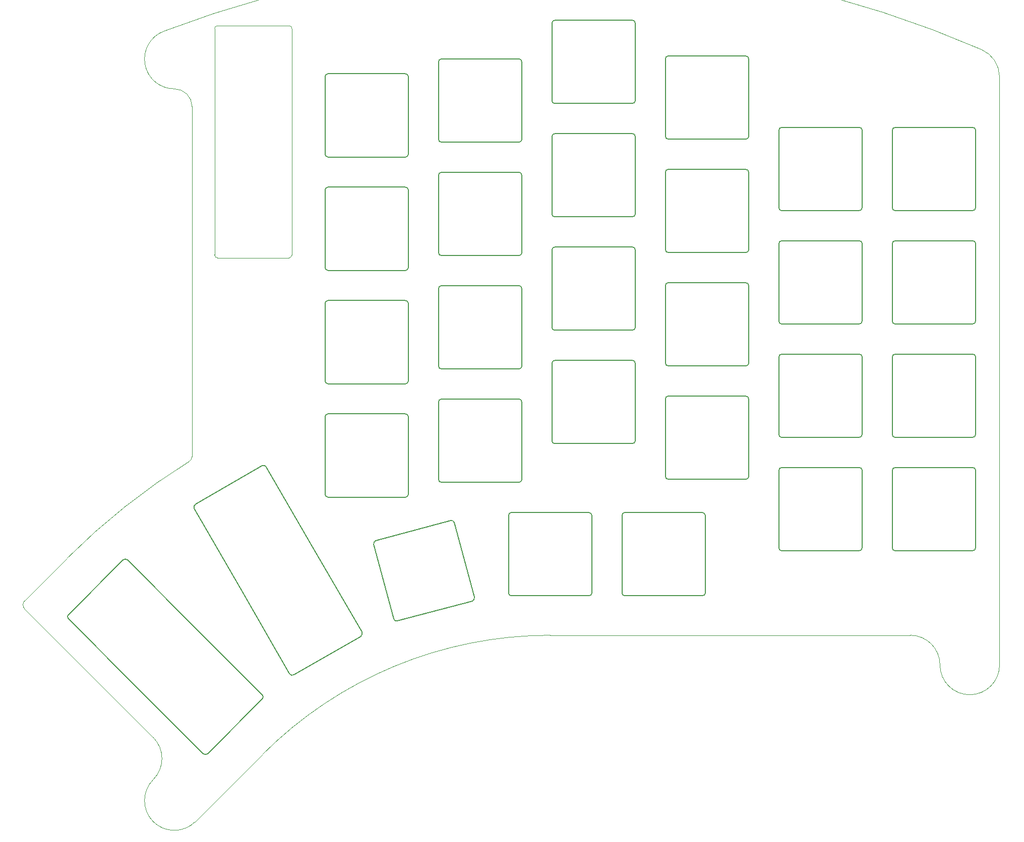
<source format=gm1>
%TF.GenerationSoftware,KiCad,Pcbnew,5.1.12-84ad8e8a86~92~ubuntu20.04.1*%
%TF.CreationDate,2021-11-14T20:48:01+01:00*%
%TF.ProjectId,LergoTopPlate,4c657267-6f54-46f7-9050-6c6174652e6b,v1.A*%
%TF.SameCoordinates,Original*%
%TF.FileFunction,Profile,NP*%
%FSLAX46Y46*%
G04 Gerber Fmt 4.6, Leading zero omitted, Abs format (unit mm)*
G04 Created by KiCad (PCBNEW 5.1.12-84ad8e8a86~92~ubuntu20.04.1) date 2021-11-14 20:48:01*
%MOMM*%
%LPD*%
G01*
G04 APERTURE LIST*
%TA.AperFunction,Profile*%
%ADD10C,0.120000*%
%TD*%
%TA.AperFunction,Profile*%
%ADD11C,0.100000*%
%TD*%
%TA.AperFunction,Profile*%
%ADD12C,0.150000*%
%TD*%
G04 APERTURE END LIST*
D10*
X73524848Y-127344018D02*
G75*
G02*
X73524848Y-125929804I707107J707107D01*
G01*
D11*
X95103365Y-148922535D02*
G75*
G02*
X95103365Y-155993603I-3535534J-3535534D01*
G01*
X102174433Y-163064671D02*
G75*
G02*
X95103365Y-155993603I-3535534J3535534D01*
G01*
X98641295Y-39932170D02*
G75*
G02*
X101614896Y-42905771I0J-2973601D01*
G01*
X98641295Y-39932170D02*
G75*
G02*
X96852971Y-30262004I-2396J4999999D01*
G01*
X222220381Y-131740000D02*
G75*
G02*
X227220381Y-136740000I0J-5000000D01*
G01*
X237220381Y-136740000D02*
G75*
G02*
X227220381Y-136740000I-5000000J0D01*
G01*
X101614896Y-101696929D02*
G75*
G02*
X101143092Y-102545766I-1000000J286D01*
G01*
X101614896Y-42905771D02*
X101614896Y-101696929D01*
X234214126Y-33343544D02*
G75*
G02*
X237220381Y-37928844I-1993745J-4585300D01*
G01*
X96852971Y-30262005D02*
G75*
G02*
X234214126Y-33343544I64907410J-169731595D01*
G01*
X80612709Y-118841943D02*
G75*
G02*
X101143092Y-102545766I81147672J-81151657D01*
G01*
X73524848Y-125929804D02*
X80612709Y-118841943D01*
X95103365Y-148922535D02*
X73524848Y-127344018D01*
X113500343Y-151733562D02*
X102174433Y-163064671D01*
X113500343Y-151733562D02*
G75*
G02*
X161760381Y-131743600I48260038J-48260038D01*
G01*
X161760381Y-131743600D02*
X222220381Y-131740000D01*
X237220381Y-37928844D02*
X237220381Y-136740000D01*
D12*
X187310000Y-111120000D02*
X174310000Y-111120000D01*
X174310000Y-125120000D02*
X187310000Y-125120000D01*
X173810000Y-111620000D02*
X173810000Y-124620000D01*
X187810000Y-124620000D02*
X187810000Y-111620000D01*
X174310000Y-125120000D02*
G75*
G02*
X173810000Y-124620000I0J500000D01*
G01*
X187310000Y-111120000D02*
G75*
G02*
X187810000Y-111620000I0J-500000D01*
G01*
X187810000Y-124620000D02*
G75*
G02*
X187310000Y-125120000I-500000J0D01*
G01*
X173810000Y-111620000D02*
G75*
G02*
X174310000Y-111120000I500000J0D01*
G01*
X168260000Y-125120000D02*
X155260000Y-125120000D01*
X155260000Y-111120000D02*
X168260000Y-111120000D01*
X154760000Y-124620000D02*
X154760000Y-111620000D01*
X168760000Y-111620000D02*
X168760000Y-124620000D01*
X155260000Y-111120000D02*
G75*
G03*
X154760000Y-111620000I0J-500000D01*
G01*
X168260000Y-125120000D02*
G75*
G03*
X168760000Y-124620000I0J500000D01*
G01*
X168760000Y-111620000D02*
G75*
G03*
X168260000Y-111120000I-500000J0D01*
G01*
X154760000Y-124620000D02*
G75*
G03*
X155260000Y-125120000I500000J0D01*
G01*
X145041785Y-112466195D02*
X132484749Y-115830843D01*
X136108215Y-129353805D02*
X148665251Y-125989157D01*
X132131195Y-116443215D02*
X135495843Y-129000251D01*
X149018805Y-125376785D02*
X145654157Y-112819749D01*
X136108215Y-129353805D02*
G75*
G02*
X135495843Y-129000251I-129409J482963D01*
G01*
X145041785Y-112466195D02*
G75*
G02*
X145654157Y-112819749I129409J-482963D01*
G01*
X149018805Y-125376785D02*
G75*
G02*
X148665251Y-125989157I-482963J-129409D01*
G01*
X132131195Y-116443215D02*
G75*
G02*
X132484749Y-115830843I482963J129409D01*
G01*
X232700000Y-103550000D02*
X219700000Y-103550000D01*
X219700000Y-117550000D02*
X232700000Y-117550000D01*
X219200000Y-104050000D02*
X219200000Y-117050000D01*
X233200000Y-117050000D02*
X233200000Y-104050000D01*
X219700000Y-117550000D02*
G75*
G02*
X219200000Y-117050000I0J500000D01*
G01*
X232700000Y-103550000D02*
G75*
G02*
X233200000Y-104050000I0J-500000D01*
G01*
X233200000Y-117050000D02*
G75*
G02*
X232700000Y-117550000I-500000J0D01*
G01*
X219200000Y-104050000D02*
G75*
G02*
X219700000Y-103550000I500000J0D01*
G01*
X232700000Y-84500000D02*
X219700000Y-84500000D01*
X219700000Y-98500000D02*
X232700000Y-98500000D01*
X219200000Y-85000000D02*
X219200000Y-98000000D01*
X233200000Y-98000000D02*
X233200000Y-85000000D01*
X219700000Y-98500000D02*
G75*
G02*
X219200000Y-98000000I0J500000D01*
G01*
X232700000Y-84500000D02*
G75*
G02*
X233200000Y-85000000I0J-500000D01*
G01*
X233200000Y-98000000D02*
G75*
G02*
X232700000Y-98500000I-500000J0D01*
G01*
X219200000Y-85000000D02*
G75*
G02*
X219700000Y-84500000I500000J0D01*
G01*
X232700000Y-65450000D02*
X219700000Y-65450000D01*
X219700000Y-79450000D02*
X232700000Y-79450000D01*
X219200000Y-65950000D02*
X219200000Y-78950000D01*
X233200000Y-78950000D02*
X233200000Y-65950000D01*
X219700000Y-79450000D02*
G75*
G02*
X219200000Y-78950000I0J500000D01*
G01*
X232700000Y-65450000D02*
G75*
G02*
X233200000Y-65950000I0J-500000D01*
G01*
X233200000Y-78950000D02*
G75*
G02*
X232700000Y-79450000I-500000J0D01*
G01*
X219200000Y-65950000D02*
G75*
G02*
X219700000Y-65450000I500000J0D01*
G01*
X232700000Y-46400000D02*
X219700000Y-46400000D01*
X219700000Y-60400000D02*
X232700000Y-60400000D01*
X219200000Y-46900000D02*
X219200000Y-59900000D01*
X233200000Y-59900000D02*
X233200000Y-46900000D01*
X219700000Y-60400000D02*
G75*
G02*
X219200000Y-59900000I0J500000D01*
G01*
X232700000Y-46400000D02*
G75*
G02*
X233200000Y-46900000I0J-500000D01*
G01*
X233200000Y-59900000D02*
G75*
G02*
X232700000Y-60400000I-500000J0D01*
G01*
X219200000Y-46900000D02*
G75*
G02*
X219700000Y-46400000I500000J0D01*
G01*
X130132523Y-131216212D02*
X122120023Y-117338155D01*
X118691180Y-138399225D02*
X129949510Y-131899225D01*
X109995667Y-124338155D02*
X118008167Y-138216212D01*
X122120023Y-117338155D02*
X114107523Y-103460098D01*
X113424510Y-103277085D02*
X102166180Y-109777085D01*
X101983167Y-110460098D02*
X109995667Y-124338155D01*
X118691180Y-138399225D02*
G75*
G02*
X118008167Y-138216212I-250000J433013D01*
G01*
X130132523Y-131216212D02*
G75*
G02*
X129949510Y-131899225I-433013J-250000D01*
G01*
X113424510Y-103277085D02*
G75*
G02*
X114107523Y-103460098I250000J-433013D01*
G01*
X101983167Y-110460098D02*
G75*
G02*
X102166180Y-109777085I433013J250000D01*
G01*
X113416547Y-141746286D02*
X102085160Y-130414900D01*
X104224158Y-151645781D02*
X113416547Y-142453392D01*
X92185666Y-140314394D02*
X103517052Y-151645781D01*
X102085160Y-130414900D02*
X90753774Y-119083513D01*
X90046668Y-119083513D02*
X80854279Y-128275902D01*
X80854279Y-128983008D02*
X92185666Y-140314394D01*
X104224159Y-151645780D02*
G75*
G02*
X103517052Y-151645781I-353554J353553D01*
G01*
X113416546Y-141746285D02*
G75*
G02*
X113416547Y-142453392I-353553J-353554D01*
G01*
X90046667Y-119083514D02*
G75*
G02*
X90753774Y-119083513I353554J-353553D01*
G01*
X80854280Y-128983009D02*
G75*
G02*
X80854279Y-128275902I353553J353554D01*
G01*
X156500000Y-53950000D02*
X143500000Y-53950000D01*
X157000000Y-67450000D02*
X157000000Y-54450000D01*
X143500000Y-67950000D02*
X156500000Y-67950000D01*
X143000000Y-54450000D02*
X143000000Y-67450000D01*
X157000000Y-67450000D02*
G75*
G02*
X156500000Y-67950000I-500000J0D01*
G01*
X143500000Y-67950000D02*
G75*
G02*
X143000000Y-67450000I0J500000D01*
G01*
X143000000Y-54450000D02*
G75*
G02*
X143500000Y-53950000I500000J0D01*
G01*
X156500000Y-53950000D02*
G75*
G02*
X157000000Y-54450000I0J-500000D01*
G01*
X213650000Y-65450000D02*
X200650000Y-65450000D01*
X214150000Y-78950000D02*
X214150000Y-65950000D01*
X200650000Y-79450000D02*
X213650000Y-79450000D01*
X200150000Y-65950000D02*
X200150000Y-78950000D01*
X214150000Y-78950000D02*
G75*
G02*
X213650000Y-79450000I-500000J0D01*
G01*
X200650000Y-79450000D02*
G75*
G02*
X200150000Y-78950000I0J500000D01*
G01*
X200150000Y-65950000D02*
G75*
G02*
X200650000Y-65450000I500000J0D01*
G01*
X213650000Y-65450000D02*
G75*
G02*
X214150000Y-65950000I0J-500000D01*
G01*
X213650000Y-84500000D02*
X200650000Y-84500000D01*
X214150000Y-98000000D02*
X214150000Y-85000000D01*
X200650000Y-98500000D02*
X213650000Y-98500000D01*
X200150000Y-85000000D02*
X200150000Y-98000000D01*
X214150000Y-98000000D02*
G75*
G02*
X213650000Y-98500000I-500000J0D01*
G01*
X200650000Y-98500000D02*
G75*
G02*
X200150000Y-98000000I0J500000D01*
G01*
X200150000Y-85000000D02*
G75*
G02*
X200650000Y-84500000I500000J0D01*
G01*
X213650000Y-84500000D02*
G75*
G02*
X214150000Y-85000000I0J-500000D01*
G01*
X194600000Y-72500000D02*
X181600000Y-72500000D01*
X195100000Y-86000000D02*
X195100000Y-73000000D01*
X181600000Y-86500000D02*
X194600000Y-86500000D01*
X181100000Y-73000000D02*
X181100000Y-86000000D01*
X195100000Y-86000000D02*
G75*
G02*
X194600000Y-86500000I-500000J0D01*
G01*
X181600000Y-86500000D02*
G75*
G02*
X181100000Y-86000000I0J500000D01*
G01*
X181100000Y-73000000D02*
G75*
G02*
X181600000Y-72500000I500000J0D01*
G01*
X194600000Y-72500000D02*
G75*
G02*
X195100000Y-73000000I0J-500000D01*
G01*
X175550000Y-66500000D02*
X162550000Y-66500000D01*
X176050000Y-80000000D02*
X176050000Y-67000000D01*
X162550000Y-80500000D02*
X175550000Y-80500000D01*
X162050000Y-67000000D02*
X162050000Y-80000000D01*
X176050000Y-80000000D02*
G75*
G02*
X175550000Y-80500000I-500000J0D01*
G01*
X162550000Y-80500000D02*
G75*
G02*
X162050000Y-80000000I0J500000D01*
G01*
X162050000Y-67000000D02*
G75*
G02*
X162550000Y-66500000I500000J0D01*
G01*
X175550000Y-66500000D02*
G75*
G02*
X176050000Y-67000000I0J-500000D01*
G01*
X137450000Y-75500000D02*
X124450000Y-75500000D01*
X137950000Y-89000000D02*
X137950000Y-76000000D01*
X124450000Y-89500000D02*
X137450000Y-89500000D01*
X123950000Y-76000000D02*
X123950000Y-89000000D01*
X137950000Y-89000000D02*
G75*
G02*
X137450000Y-89500000I-500000J0D01*
G01*
X124450000Y-89500000D02*
G75*
G02*
X123950000Y-89000000I0J500000D01*
G01*
X123950000Y-76000000D02*
G75*
G02*
X124450000Y-75500000I500000J0D01*
G01*
X137450000Y-75500000D02*
G75*
G02*
X137950000Y-76000000I0J-500000D01*
G01*
X156500000Y-73000000D02*
X143500000Y-73000000D01*
X157000000Y-86500000D02*
X157000000Y-73500000D01*
X143500000Y-87000000D02*
X156500000Y-87000000D01*
X143000000Y-73500000D02*
X143000000Y-86500000D01*
X157000000Y-86500000D02*
G75*
G02*
X156500000Y-87000000I-500000J0D01*
G01*
X143500000Y-87000000D02*
G75*
G02*
X143000000Y-86500000I0J500000D01*
G01*
X143000000Y-73500000D02*
G75*
G02*
X143500000Y-73000000I500000J0D01*
G01*
X156500000Y-73000000D02*
G75*
G02*
X157000000Y-73500000I0J-500000D01*
G01*
X137450000Y-94550000D02*
X124450000Y-94550000D01*
X137950000Y-108050000D02*
X137950000Y-95050000D01*
X124450000Y-108550000D02*
X137450000Y-108550000D01*
X123950000Y-95050000D02*
X123950000Y-108050000D01*
X137950000Y-108050000D02*
G75*
G02*
X137450000Y-108550000I-500000J0D01*
G01*
X124450000Y-108550000D02*
G75*
G02*
X123950000Y-108050000I0J500000D01*
G01*
X123950000Y-95050000D02*
G75*
G02*
X124450000Y-94550000I500000J0D01*
G01*
X137450000Y-94550000D02*
G75*
G02*
X137950000Y-95050000I0J-500000D01*
G01*
X137450000Y-56450000D02*
X124450000Y-56450000D01*
X137950000Y-69950000D02*
X137950000Y-56950000D01*
X124450000Y-70450000D02*
X137450000Y-70450000D01*
X123950000Y-56950000D02*
X123950000Y-69950000D01*
X137950000Y-69950000D02*
G75*
G02*
X137450000Y-70450000I-500000J0D01*
G01*
X124450000Y-70450000D02*
G75*
G02*
X123950000Y-69950000I0J500000D01*
G01*
X123950000Y-56950000D02*
G75*
G02*
X124450000Y-56450000I500000J0D01*
G01*
X137450000Y-56450000D02*
G75*
G02*
X137950000Y-56950000I0J-500000D01*
G01*
X156500000Y-34900000D02*
X143500000Y-34900000D01*
X157000000Y-48400000D02*
X157000000Y-35400000D01*
X143500000Y-48900000D02*
X156500000Y-48900000D01*
X143000000Y-35400000D02*
X143000000Y-48400000D01*
X157000000Y-48400000D02*
G75*
G02*
X156500000Y-48900000I-500000J0D01*
G01*
X143500000Y-48900000D02*
G75*
G02*
X143000000Y-48400000I0J500000D01*
G01*
X143000000Y-35400000D02*
G75*
G02*
X143500000Y-34900000I500000J0D01*
G01*
X156500000Y-34900000D02*
G75*
G02*
X157000000Y-35400000I0J-500000D01*
G01*
X175550000Y-85550000D02*
X162550000Y-85550000D01*
X176050000Y-99050000D02*
X176050000Y-86050000D01*
X162550000Y-99550000D02*
X175550000Y-99550000D01*
X162050000Y-86050000D02*
X162050000Y-99050000D01*
X176050000Y-99050000D02*
G75*
G02*
X175550000Y-99550000I-500000J0D01*
G01*
X162550000Y-99550000D02*
G75*
G02*
X162050000Y-99050000I0J500000D01*
G01*
X162050000Y-86050000D02*
G75*
G02*
X162550000Y-85550000I500000J0D01*
G01*
X175550000Y-85550000D02*
G75*
G02*
X176050000Y-86050000I0J-500000D01*
G01*
X175550000Y-47450000D02*
X162550000Y-47450000D01*
X176050000Y-60950000D02*
X176050000Y-47950000D01*
X162550000Y-61450000D02*
X175550000Y-61450000D01*
X162050000Y-47950000D02*
X162050000Y-60950000D01*
X176050000Y-60950000D02*
G75*
G02*
X175550000Y-61450000I-500000J0D01*
G01*
X162550000Y-61450000D02*
G75*
G02*
X162050000Y-60950000I0J500000D01*
G01*
X162050000Y-47950000D02*
G75*
G02*
X162550000Y-47450000I500000J0D01*
G01*
X175550000Y-47450000D02*
G75*
G02*
X176050000Y-47950000I0J-500000D01*
G01*
X175550000Y-28400000D02*
X162550000Y-28400000D01*
X176050000Y-41900000D02*
X176050000Y-28900000D01*
X162550000Y-42400000D02*
X175550000Y-42400000D01*
X162050000Y-28900000D02*
X162050000Y-41900000D01*
X176050000Y-41900000D02*
G75*
G02*
X175550000Y-42400000I-500000J0D01*
G01*
X162550000Y-42400000D02*
G75*
G02*
X162050000Y-41900000I0J500000D01*
G01*
X162050000Y-28900000D02*
G75*
G02*
X162550000Y-28400000I500000J0D01*
G01*
X175550000Y-28400000D02*
G75*
G02*
X176050000Y-28900000I0J-500000D01*
G01*
X194600000Y-91550000D02*
X181600000Y-91550000D01*
X195100000Y-105050000D02*
X195100000Y-92050000D01*
X181600000Y-105550000D02*
X194600000Y-105550000D01*
X181100000Y-92050000D02*
X181100000Y-105050000D01*
X195100000Y-105050000D02*
G75*
G02*
X194600000Y-105550000I-500000J0D01*
G01*
X181600000Y-105550000D02*
G75*
G02*
X181100000Y-105050000I0J500000D01*
G01*
X181100000Y-92050000D02*
G75*
G02*
X181600000Y-91550000I500000J0D01*
G01*
X194600000Y-91550000D02*
G75*
G02*
X195100000Y-92050000I0J-500000D01*
G01*
X194600000Y-53450000D02*
X181600000Y-53450000D01*
X195100000Y-66950000D02*
X195100000Y-53950000D01*
X181600000Y-67450000D02*
X194600000Y-67450000D01*
X181100000Y-53950000D02*
X181100000Y-66950000D01*
X195100000Y-66950000D02*
G75*
G02*
X194600000Y-67450000I-500000J0D01*
G01*
X181600000Y-67450000D02*
G75*
G02*
X181100000Y-66950000I0J500000D01*
G01*
X181100000Y-53950000D02*
G75*
G02*
X181600000Y-53450000I500000J0D01*
G01*
X194600000Y-53450000D02*
G75*
G02*
X195100000Y-53950000I0J-500000D01*
G01*
X194600000Y-34400000D02*
X181600000Y-34400000D01*
X195100000Y-47900000D02*
X195100000Y-34900000D01*
X181600000Y-48400000D02*
X194600000Y-48400000D01*
X181100000Y-34900000D02*
X181100000Y-47900000D01*
X195100000Y-47900000D02*
G75*
G02*
X194600000Y-48400000I-500000J0D01*
G01*
X181600000Y-48400000D02*
G75*
G02*
X181100000Y-47900000I0J500000D01*
G01*
X181100000Y-34900000D02*
G75*
G02*
X181600000Y-34400000I500000J0D01*
G01*
X194600000Y-34400000D02*
G75*
G02*
X195100000Y-34900000I0J-500000D01*
G01*
X213650000Y-103550000D02*
X200650000Y-103550000D01*
X214150000Y-117050000D02*
X214150000Y-104050000D01*
X200650000Y-117550000D02*
X213650000Y-117550000D01*
X200150000Y-104050000D02*
X200150000Y-117050000D01*
X214150000Y-117050000D02*
G75*
G02*
X213650000Y-117550000I-500000J0D01*
G01*
X200650000Y-117550000D02*
G75*
G02*
X200150000Y-117050000I0J500000D01*
G01*
X200150000Y-104050000D02*
G75*
G02*
X200650000Y-103550000I500000J0D01*
G01*
X213650000Y-103550000D02*
G75*
G02*
X214150000Y-104050000I0J-500000D01*
G01*
X213650000Y-46400000D02*
X200650000Y-46400000D01*
X214150000Y-59900000D02*
X214150000Y-46900000D01*
X200650000Y-60400000D02*
X213650000Y-60400000D01*
X200150000Y-46900000D02*
X200150000Y-59900000D01*
X214150000Y-59900000D02*
G75*
G02*
X213650000Y-60400000I-500000J0D01*
G01*
X200650000Y-60400000D02*
G75*
G02*
X200150000Y-59900000I0J500000D01*
G01*
X200150000Y-46900000D02*
G75*
G02*
X200650000Y-46400000I500000J0D01*
G01*
X213650000Y-46400000D02*
G75*
G02*
X214150000Y-46900000I0J-500000D01*
G01*
X137450000Y-37400000D02*
X124450000Y-37400000D01*
X137950000Y-50900000D02*
X137950000Y-37900000D01*
X124450000Y-51400000D02*
X137450000Y-51400000D01*
X123950000Y-37900000D02*
X123950000Y-50900000D01*
X137950000Y-50900000D02*
G75*
G02*
X137450000Y-51400000I-500000J0D01*
G01*
X124450000Y-51400000D02*
G75*
G02*
X123950000Y-50900000I0J500000D01*
G01*
X123950000Y-37900000D02*
G75*
G02*
X124450000Y-37400000I500000J0D01*
G01*
X137450000Y-37400000D02*
G75*
G02*
X137950000Y-37900000I0J-500000D01*
G01*
X156500000Y-92050000D02*
X143500000Y-92050000D01*
X157000000Y-105550000D02*
X157000000Y-92550000D01*
X143500000Y-106050000D02*
X156500000Y-106050000D01*
X143000000Y-92550000D02*
X143000000Y-105550000D01*
X157000000Y-105550000D02*
G75*
G02*
X156500000Y-106050000I-500000J0D01*
G01*
X143500000Y-106050000D02*
G75*
G02*
X143000000Y-105550000I0J500000D01*
G01*
X143000000Y-92550000D02*
G75*
G02*
X143500000Y-92050000I500000J0D01*
G01*
X156500000Y-92050000D02*
G75*
G02*
X157000000Y-92550000I0J-500000D01*
G01*
D10*
X105400000Y-67827500D02*
X105400000Y-29827500D01*
X117900000Y-68327500D02*
X105900000Y-68327500D01*
X118400000Y-29827500D02*
X118400000Y-67827500D01*
X105900000Y-29327500D02*
X117900000Y-29327500D01*
X118400000Y-67827500D02*
G75*
G02*
X117900000Y-68327500I-500000J0D01*
G01*
X105900000Y-68327500D02*
G75*
G02*
X105400000Y-67827500I0J500000D01*
G01*
X105400000Y-29827500D02*
G75*
G02*
X105900000Y-29327500I500000J0D01*
G01*
X117900000Y-29327500D02*
G75*
G02*
X118400000Y-29827500I0J-500000D01*
G01*
M02*

</source>
